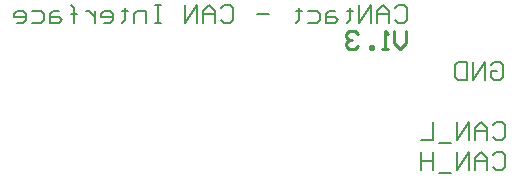
<source format=gbo>
G04*
G04 #@! TF.GenerationSoftware,Altium Limited,Altium Designer,19.1.8 (144)*
G04*
G04 Layer_Color=32896*
%FSLAX23Y23*%
%MOIN*%
G70*
G01*
G75*
%ADD12C,0.010*%
%ADD17C,0.008*%
D12*
X1159Y282D02*
Y242D01*
X1139Y222D01*
X1119Y242D01*
Y282D01*
X1099Y222D02*
X1079D01*
X1089D01*
Y282D01*
X1099Y272D01*
X1049Y222D02*
Y232D01*
X1039D01*
Y222D01*
X1049D01*
X999Y272D02*
X989Y282D01*
X969D01*
X959Y272D01*
Y262D01*
X969Y252D01*
X979D01*
X969D01*
X959Y242D01*
Y232D01*
X969Y222D01*
X989D01*
X999Y232D01*
D17*
X1442Y168D02*
X1452Y178D01*
X1472D01*
X1482Y168D01*
Y128D01*
X1472Y118D01*
X1452D01*
X1442Y128D01*
Y148D01*
X1462D01*
X1422Y118D02*
Y178D01*
X1382Y118D01*
Y178D01*
X1362D02*
Y118D01*
X1332D01*
X1322Y128D01*
Y168D01*
X1332Y178D01*
X1362D01*
X1450Y-30D02*
X1460Y-20D01*
X1480D01*
X1490Y-30D01*
Y-70D01*
X1480Y-80D01*
X1460D01*
X1450Y-70D01*
X1430Y-80D02*
Y-40D01*
X1410Y-20D01*
X1390Y-40D01*
Y-80D01*
Y-50D01*
X1430D01*
X1370Y-80D02*
Y-20D01*
X1330Y-80D01*
Y-20D01*
X1310Y-90D02*
X1270D01*
X1250Y-20D02*
Y-80D01*
X1210D01*
X1450Y-130D02*
X1460Y-120D01*
X1480D01*
X1490Y-130D01*
Y-170D01*
X1480Y-180D01*
X1460D01*
X1450Y-170D01*
X1430Y-180D02*
Y-140D01*
X1410Y-120D01*
X1390Y-140D01*
Y-180D01*
Y-150D01*
X1430D01*
X1370Y-180D02*
Y-120D01*
X1330Y-180D01*
Y-120D01*
X1310Y-190D02*
X1270D01*
X1250Y-120D02*
Y-180D01*
Y-150D01*
X1210D01*
Y-120D01*
Y-180D01*
X1122Y358D02*
X1132Y368D01*
X1152D01*
X1162Y358D01*
Y318D01*
X1152Y308D01*
X1132D01*
X1122Y318D01*
X1102Y308D02*
Y348D01*
X1082Y368D01*
X1062Y348D01*
Y308D01*
Y338D01*
X1102D01*
X1042Y308D02*
Y368D01*
X1002Y308D01*
Y368D01*
X972Y358D02*
Y348D01*
X982D01*
X962D01*
X972D01*
Y318D01*
X962Y308D01*
X922Y348D02*
X902D01*
X892Y338D01*
Y308D01*
X922D01*
X932Y318D01*
X922Y328D01*
X892D01*
X832Y348D02*
X862D01*
X872Y338D01*
Y318D01*
X862Y308D01*
X832D01*
X802Y358D02*
Y348D01*
X812D01*
X792D01*
X802D01*
Y318D01*
X792Y308D01*
X702Y338D02*
X662D01*
X542Y358D02*
X552Y368D01*
X572D01*
X582Y358D01*
Y318D01*
X572Y308D01*
X552D01*
X542Y318D01*
X522Y308D02*
Y348D01*
X502Y368D01*
X482Y348D01*
Y308D01*
Y338D01*
X522D01*
X462Y308D02*
Y368D01*
X422Y308D01*
Y368D01*
X342D02*
X322D01*
X332D01*
Y308D01*
X342D01*
X322D01*
X292D02*
Y348D01*
X262D01*
X252Y338D01*
Y308D01*
X222Y358D02*
Y348D01*
X232D01*
X212D01*
X222D01*
Y318D01*
X212Y308D01*
X152D02*
X172D01*
X182Y318D01*
Y338D01*
X172Y348D01*
X152D01*
X142Y338D01*
Y328D01*
X182D01*
X122Y348D02*
Y308D01*
Y328D01*
X112Y338D01*
X102Y348D01*
X92D01*
X52Y308D02*
Y358D01*
Y338D01*
X62D01*
X42D01*
X52D01*
Y358D01*
X42Y368D01*
X2Y348D02*
X-18D01*
X-28Y338D01*
Y308D01*
X2D01*
X12Y318D01*
X2Y328D01*
X-28D01*
X-88Y348D02*
X-58D01*
X-48Y338D01*
Y318D01*
X-58Y308D01*
X-88D01*
X-138D02*
X-118D01*
X-108Y318D01*
Y338D01*
X-118Y348D01*
X-138D01*
X-148Y338D01*
Y328D01*
X-108D01*
M02*

</source>
